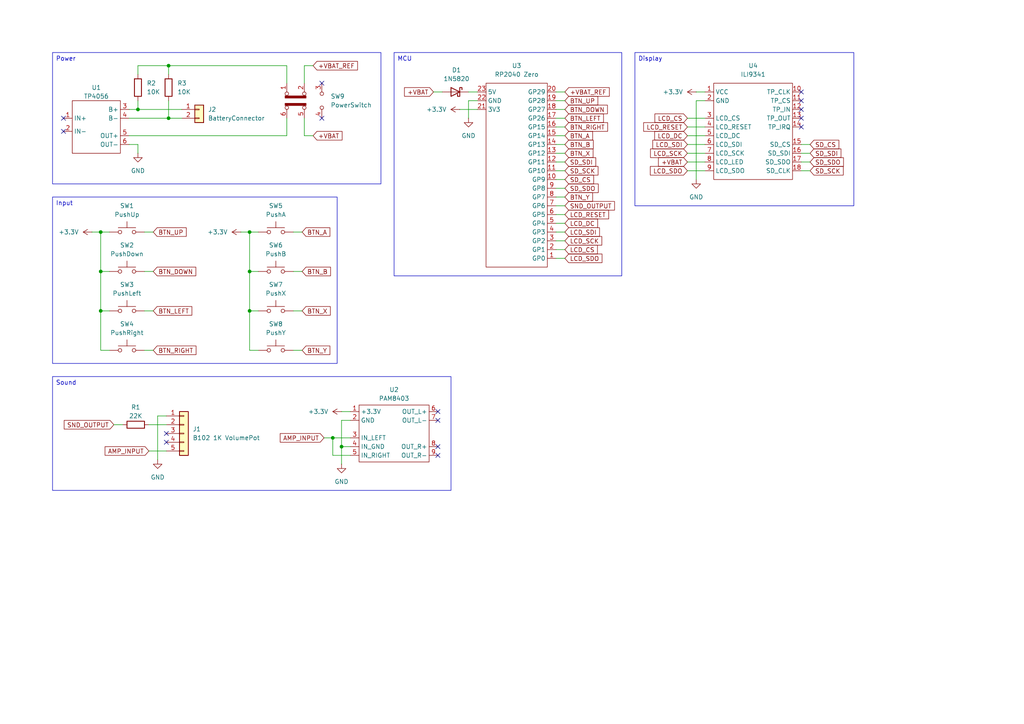
<source format=kicad_sch>
(kicad_sch (version 20250114) (generator "eeschema") (generator_version "9.0")
  (paper "A4")
  (title_block (title "Portatil") (date "2025-05-01") (rev "1.1") (company "Patrick Melo") (comment 1 "patrick@patrickmelo.com.br"))
  (lib_symbols
    (symbol "Connector_Generic:Conn_01x02" (pin_names (offset 1.016) (hide yes))
      (property "Reference" "J" (at 0 2.54 0))
      (property "Value" "Conn_01x02" (at 0 -5.08 0))
      (symbol "Conn_01x02_1_1"
        (rectangle (start -1.27 1.27) (end 1.27 -3.81) (stroke (width 0.254)) (fill (type background)))
        (rectangle (start -1.27 0.127) (end 0 -0.127) (stroke (width 0.1524)))
        (rectangle (start -1.27 -2.413) (end 0 -2.667) (stroke (width 0.1524)))
        (pin passive line (at -5.08 0 0) (length 3.81) (name "Pin_1") (number "1"))
        (pin passive line (at -5.08 -2.54 0) (length 3.81) (name "Pin_2") (number "2"))
      )
    )
    (symbol "Connector_Generic:Conn_01x05" (pin_names (offset 1.016) (hide yes))
      (property "Reference" "J" (at 0 7.62 0))
      (property "Value" "Conn_01x05" (at 0 -7.62 0))
      (symbol "Conn_01x05_1_1"
        (rectangle (start -1.27 6.35) (end 1.27 -6.35) (stroke (width 0.254)) (fill (type background)))
        (rectangle (start -1.27 5.207) (end 0 4.953) (stroke (width 0.1524)))
        (rectangle (start -1.27 2.667) (end 0 2.413) (stroke (width 0.1524)))
        (rectangle (start -1.27 0.127) (end 0 -0.127) (stroke (width 0.1524)))
        (rectangle (start -1.27 -2.413) (end 0 -2.667) (stroke (width 0.1524)))
        (rectangle (start -1.27 -4.953) (end 0 -5.207) (stroke (width 0.1524)))
        (pin passive line (at -5.08 5.08 0) (length 3.81) (name "Pin_1") (number "1"))
        (pin passive line (at -5.08 2.54 0) (length 3.81) (name "Pin_2") (number "2"))
        (pin passive line (at -5.08 0 0) (length 3.81) (name "Pin_3") (number "3"))
        (pin passive line (at -5.08 -2.54 0) (length 3.81) (name "Pin_4") (number "4"))
        (pin passive line (at -5.08 -5.08 0) (length 3.81) (name "Pin_5") (number "5"))
      )
    )
    (symbol "Device:R" (pin_numbers (hide yes)) (pin_names (offset 0))
      (property "Reference" "R" (at 2.032 0 90))
      (property "Value" "R" (at 0 0 90))
      (symbol "R_0_1"
        (rectangle (start -1.016 -2.54) (end 1.016 2.54) (stroke (width 0.254)))
      )
      (symbol "R_1_1"
        (pin passive line (at 0 3.81 270) (length 1.27) (name "~") (number "1"))
        (pin passive line (at 0 -3.81 90) (length 1.27) (name "~") (number "2"))
      )
    )
    (symbol "Diode:1N5820" (pin_numbers (hide yes)) (pin_names (offset 1.016) (hide yes))
      (property "Reference" "D" (at 0 2.54 0))
      (property "Value" "1N5820" (at 0 -2.54 0))
      (symbol "1N5820_0_1"
        (polyline (pts (xy -1.905 0.635) (xy -1.905 1.27) (xy -1.27 1.27) (xy -1.27 -1.27) (xy -0.635 -1.27) (xy -0.635 -0.635)) (stroke (width 0.254)))
        (polyline (pts (xy 1.27 1.27) (xy 1.27 -1.27) (xy -1.27 0) (xy 1.27 1.27)) (stroke (width 0.254)))
        (polyline (pts (xy 1.27 0) (xy -1.27 0)))
      )
      (symbol "1N5820_1_1"
        (pin passive line (at -3.81 0 0) (length 2.54) (name "K") (number "1"))
        (pin passive line (at 3.81 0 180) (length 2.54) (name "A") (number "2"))
      )
    )
    (symbol "Portatil:ILI9341_Module"
      (property "Reference" "U" (at 0 17.78 0))
      (property "Value" "ILI9341" (at 0 15.24 0))
      (symbol "ILI9341_Module_0_1"
        (rectangle (start -11.43 13.97) (end 11.43 -13.97))
      )
      (symbol "ILI9341_Module_1_1"
        (pin power_in line (at -13.97 11.43 0) (length 2.54) (name "VCC") (number "1"))
        (pin power_in line (at -13.97 8.89 0) (length 2.54) (name "GND") (number "2"))
        (pin input line (at -13.97 3.81 0) (length 2.54) (name "LCD_CS") (number "3"))
        (pin input line (at -13.97 1.27 0) (length 2.54) (name "LCD_RESET") (number "4"))
        (pin input line (at -13.97 -1.27 0) (length 2.54) (name "LCD_DC") (number "5"))
        (pin input line (at -13.97 -3.81 0) (length 2.54) (name "LCD_SDI") (number "6"))
        (pin input line (at -13.97 -6.35 0) (length 2.54) (name "LCD_SCK") (number "7"))
        (pin power_in line (at -13.97 -8.89 0) (length 2.54) (name "LCD_LED") (number "8"))
        (pin output line (at -13.97 -11.43 0) (length 2.54) (name "LCD_SDO") (number "9"))
        (pin input line (at 13.97 11.43 180) (length 2.54) (name "TP_CLK") (number "10"))
        (pin input line (at 13.97 8.89 180) (length 2.54) (name "TP_CS") (number "11"))
        (pin input line (at 13.97 6.35 180) (length 2.54) (name "TP_IN") (number "12"))
        (pin output line (at 13.97 3.81 180) (length 2.54) (name "TP_OUT") (number "13"))
        (pin output line (at 13.97 1.27 180) (length 2.54) (name "TP_IRQ") (number "14"))
        (pin input line (at 13.97 -3.81 180) (length 2.54) (name "SD_CS") (number "15"))
        (pin input line (at 13.97 -6.35 180) (length 2.54) (name "SD_SDI") (number "16"))
        (pin output line (at 13.97 -8.89 180) (length 2.54) (name "SD_SDO") (number "17"))
        (pin input line (at 13.97 -11.43 180) (length 2.54) (name "SD_CLK") (number "18"))
      )
    )
    (symbol "Portatil:PAM8403_Module"
      (property "Reference" "U" (at 0 12.7 0))
      (property "Value" "PAM8403" (at 0 10.16 0))
      (symbol "PAM8403_Module_0_1"
        (rectangle (start -10.16 8.255) (end 10.16 -8.255))
      )
      (symbol "PAM8403_Module_1_1"
        (pin power_in line (at -12.7 6.35 0) (length 2.54) (name "+3.3V") (number "1"))
        (pin power_in line (at -12.7 3.81 0) (length 2.54) (name "GND") (number "2"))
        (pin input line (at -12.7 -1.27 0) (length 2.54) (name "IN_LEFT") (number "3"))
        (pin input line (at -12.7 -3.81 0) (length 2.54) (name "IN_GND") (number "4"))
        (pin input line (at -12.7 -6.35 0) (length 2.54) (name "IN_RIGHT") (number "5"))
        (pin output line (at 12.7 6.35 180) (length 2.54) (name "OUT_L+") (number "6"))
        (pin output line (at 12.7 3.81 180) (length 2.54) (name "OUT_L-") (number "7"))
        (pin output line (at 12.7 -3.81 180) (length 2.54) (name "OUT_R+") (number "8"))
        (pin output line (at 12.7 -6.35 180) (length 2.54) (name "OUT_R-") (number "9"))
      )
    )
    (symbol "Portatil:RP2040_Zero"
      (property "Reference" "U" (at 0 31.75 0))
      (property "Value" "RP2040 Zero" (at 0 29.21 0))
      (symbol "RP2040_Zero_0_1"
        (rectangle (start -8.89 26.67) (end 8.89 -26.67))
      )
      (symbol "RP2040_Zero_1_1"
        (pin power_in line (at -11.43 24.13 0) (length 2.54) (name "5V") (number "23"))
        (pin power_in line (at -11.43 21.59 0) (length 2.54) (name "GND") (number "22"))
        (pin power_in line (at -11.43 19.05 0) (length 2.54) (name "3V3") (number "21"))
        (pin bidirectional line (at 11.43 24.13 180) (length 2.54) (name "GP29") (number "20"))
        (pin bidirectional line (at 11.43 21.59 180) (length 2.54) (name "GP28") (number "19"))
        (pin bidirectional line (at 11.43 19.05 180) (length 2.54) (name "GP27") (number "18"))
        (pin bidirectional line (at 11.43 16.51 180) (length 2.54) (name "GP26") (number "17"))
        (pin bidirectional line (at 11.43 13.97 180) (length 2.54) (name "GP15") (number "16"))
        (pin bidirectional line (at 11.43 11.43 180) (length 2.54) (name "GP14") (number "15"))
        (pin bidirectional line (at 11.43 8.89 180) (length 2.54) (name "GP13") (number "14"))
        (pin bidirectional line (at 11.43 6.35 180) (length 2.54) (name "GP12") (number "13"))
        (pin bidirectional line (at 11.43 3.81 180) (length 2.54) (name "GP11") (number "12"))
        (pin bidirectional line (at 11.43 1.27 180) (length 2.54) (name "GP10") (number "11"))
        (pin bidirectional line (at 11.43 -1.27 180) (length 2.54) (name "GP9") (number "10"))
        (pin bidirectional line (at 11.43 -3.81 180) (length 2.54) (name "GP8") (number "9"))
        (pin bidirectional line (at 11.43 -6.35 180) (length 2.54) (name "GP7") (number "8"))
        (pin bidirectional line (at 11.43 -8.89 180) (length 2.54) (name "GP6") (number "7"))
        (pin bidirectional line (at 11.43 -11.43 180) (length 2.54) (name "GP5") (number "6"))
        (pin bidirectional line (at 11.43 -13.97 180) (length 2.54) (name "GP4") (number "5"))
        (pin bidirectional line (at 11.43 -16.51 180) (length 2.54) (name "GP3") (number "4"))
        (pin bidirectional line (at 11.43 -19.05 180) (length 2.54) (name "GP2") (number "3"))
        (pin bidirectional line (at 11.43 -21.59 180) (length 2.54) (name "GP1") (number "2"))
        (pin bidirectional line (at 11.43 -24.13 180) (length 2.54) (name "GP0") (number "1"))
      )
    )
    (symbol "Portatil:TP4056_Module"
      (property "Reference" "U" (at 0 11.43 0))
      (property "Value" "TP4056" (at 0 8.89 0))
      (symbol "TP4056_Module_0_1"
        (rectangle (start -6.985 7.62) (end 6.985 -7.62))
      )
      (symbol "TP4056_Module_1_1"
        (pin power_in line (at -9.525 2.54 0) (length 2.54) (name "IN+") (number "1"))
        (pin power_in line (at -9.525 -1.27 0) (length 2.54) (name "IN-") (number "2"))
        (pin power_out line (at 9.525 5.08 180) (length 2.54) (name "B+") (number "3"))
        (pin power_out line (at 9.525 2.54 180) (length 2.54) (name "B-") (number "4"))
        (pin power_out line (at 9.525 -2.54 180) (length 2.54) (name "OUT+") (number "5"))
        (pin power_out line (at 9.525 -5.08 180) (length 2.54) (name "OUT-") (number "6"))
      )
    )
    (symbol "Switch:SW_Push" (pin_numbers (hide yes)) (pin_names (offset 1.016) (hide yes))
      (property "Reference" "SW" (at 1.27 2.54 0))
      (property "Value" "SW_Push" (at 0 -1.524 0))
      (symbol "SW_Push_0_1"
        (circle (center -2.032 0) (radius 0.508))
        (polyline (pts (xy 0 1.27) (xy 0 3.048)))
        (circle (center 2.032 0) (radius 0.508))
        (polyline (pts (xy 2.54 1.27) (xy -2.54 1.27)))
        (pin passive line (at -5.08 0 0) (length 2.54) (name "1") (number "1"))
        (pin passive line (at 5.08 0 180) (length 2.54) (name "2") (number "2"))
      )
    )
    (symbol "Switch:SW_Slide_DPDT" (pin_names (offset 0) (hide yes))
      (property "Reference" "SW" (at 0 6.858 0))
      (property "Value" "SW_Slide_DPDT" (at 0 -8.128 0))
      (symbol "SW_Slide_DPDT_0_0"
        (circle (center -2.032 5.08) (radius 0.508))
        (circle (center -2.032 -5.08) (radius 0.508))
        (circle (center 2.032 0) (radius 0.508))
        (circle (center 2.032 -5.08) (radius 0.508))
      )
      (symbol "SW_Slide_DPDT_0_1"
        (circle (center -2.032 0) (radius 0.508))
        (circle (center 2.032 5.08) (radius 0.508))
      )
      (symbol "SW_Slide_DPDT_1_1"
        (rectangle (start -1.397 5.588) (end -0.762 -0.508) (fill (type outline)))
        (rectangle (start 0.762 5.588) (end 1.397 -0.508) (fill (type outline)))
        (pin passive line (at -5.08 5.08 0) (length 2.54) (name "A") (number "1"))
        (pin passive line (at -5.08 0 0) (length 2.54) (name "B") (number "2"))
        (pin passive line (at -5.08 -5.08 0) (length 2.54) (name "C") (number "3"))
        (pin passive line (at 5.08 5.08 180) (length 2.54) (name "C") (number "6"))
        (pin passive line (at 5.08 0 180) (length 2.54) (name "B") (number "5"))
        (pin passive line (at 5.08 -5.08 180) (length 2.54) (name "A") (number "4"))
      )
    )
    (symbol "power:+3.3V" (power) (pin_numbers (hide yes)) (pin_names (offset 0) (hide yes))
      (property "Value" "+3.3V" (at 0 3.556 0))
      (symbol "+3.3V_0_1"
        (polyline (pts (xy -0.762 1.27) (xy 0 2.54)))
        (polyline (pts (xy 0 2.54) (xy 0.762 1.27)))
        (polyline (pts (xy 0 0) (xy 0 2.54)))
      )
      (symbol "+3.3V_1_1"
        (pin power_in line (at 0 0 90) (length 0) (name "~") (number "1"))
      )
    )
    (symbol "power:GND" (power) (pin_numbers (hide yes)) (pin_names (offset 0) (hide yes))
      (property "Value" "GND" (at 0 -3.81 0))
      (symbol "GND_0_1"
        (polyline (pts (xy 0 0) (xy 0 -1.27) (xy 1.27 -1.27) (xy 0 -2.54) (xy -1.27 -1.27) (xy 0 -1.27)))
      )
      (symbol "GND_1_1"
        (pin power_in line (at 0 0 270) (length 0) (name "~") (number "1"))
      )
    )
  )
  (text_box "Sound" (at 15.24 109.22 0) (size 115.57 33.02) (margins 0.9525 0.9525 0.9525 0.9525) (effects (font (size 1.27 1.27)) (justify left top)))
  (text_box "MCU" (at 114.3 15.24 0) (size 66.04 64.77) (margins 0.9525 0.9525 0.9525 0.9525) (effects (font (size 1.27 1.27)) (justify left top)))
  (text_box "Input" (at 15.24 57.15 0) (size 82.55 48.26) (margins 0.9525 0.9525 0.9525 0.9525) (effects (font (size 1.27 1.27)) (justify left top)))
  (text_box "Display" (at 184.15 15.24 0) (size 63.5 44.45) (margins 0.9525 0.9525 0.9525 0.9525) (effects (font (size 1.27 1.27)) (justify left top)))
  (text_box "Power" (at 15.24 15.24 0) (size 95.25 38.1) (margins 0.9525 0.9525 0.9525 0.9525) (effects (font (size 1.27 1.27)) (justify left top)))
  (junction (at 48.895 34.29))
  (junction (at 96.52 127))
  (junction (at 72.39 78.74))
  (junction (at 48.895 19.05))
  (junction (at 29.21 90.17))
  (junction (at 72.39 67.31))
  (junction (at 29.21 67.31))
  (junction (at 40.005 31.75))
  (junction (at 99.06 129.54))
  (junction (at 72.39 90.17))
  (junction (at 29.21 78.74))
  (no_connect (at 18.415 38.1))
  (no_connect (at 232.41 36.83))
  (no_connect (at 93.345 24.13))
  (no_connect (at 18.415 34.29))
  (no_connect (at 93.345 34.29))
  (no_connect (at 127 119.38))
  (no_connect (at 48.26 125.73))
  (no_connect (at 127 121.92))
  (no_connect (at 232.41 29.21))
  (no_connect (at 232.41 34.29))
  (no_connect (at 127 132.08))
  (no_connect (at 232.41 26.67))
  (no_connect (at 127 129.54))
  (no_connect (at 232.41 31.75))
  (no_connect (at 48.26 128.27))
  (wire (pts (xy 41.91 78.74) (xy 44.45 78.74)))
  (wire (pts (xy 161.29 44.45) (xy 163.83 44.45)))
  (wire (pts (xy 199.39 46.99) (xy 204.47 46.99)))
  (wire (pts (xy 125.73 26.67) (xy 128.27 26.67)))
  (wire (pts (xy 29.21 78.74) (xy 31.75 78.74)))
  (wire (pts (xy 161.29 39.37) (xy 163.83 39.37)))
  (wire (pts (xy 40.005 41.91) (xy 40.005 44.45)))
  (wire (pts (xy 72.39 67.31) (xy 72.39 78.74)))
  (wire (pts (xy 40.005 31.75) (xy 52.705 31.75)))
  (wire (pts (xy 45.72 120.65) (xy 45.72 133.35)))
  (wire (pts (xy 26.67 67.31) (xy 29.21 67.31)))
  (wire (pts (xy 85.09 90.17) (xy 87.63 90.17)))
  (wire (pts (xy 88.265 34.29) (xy 88.265 39.37)))
  (wire (pts (xy 93.98 127) (xy 96.52 127)))
  (wire (pts (xy 199.39 44.45) (xy 204.47 44.45)))
  (wire (pts (xy 161.29 52.07) (xy 163.83 52.07)))
  (wire (pts (xy 72.39 78.74) (xy 72.39 90.17)))
  (wire (pts (xy 37.465 39.37) (xy 83.185 39.37)))
  (wire (pts (xy 29.21 101.6) (xy 31.75 101.6)))
  (wire (pts (xy 99.06 119.38) (xy 101.6 119.38)))
  (wire (pts (xy 201.93 29.21) (xy 201.93 52.07)))
  (wire (pts (xy 199.39 34.29) (xy 204.47 34.29)))
  (wire (pts (xy 85.09 101.6) (xy 87.63 101.6)))
  (wire (pts (xy 101.6 121.92) (xy 99.06 121.92)))
  (wire (pts (xy 72.39 78.74) (xy 74.93 78.74)))
  (wire (pts (xy 29.21 67.31) (xy 31.75 67.31)))
  (wire (pts (xy 161.29 59.69) (xy 163.83 59.69)))
  (wire (pts (xy 83.185 39.37) (xy 83.185 34.29)))
  (wire (pts (xy 41.91 90.17) (xy 44.45 90.17)))
  (wire (pts (xy 37.465 34.29) (xy 48.895 34.29)))
  (wire (pts (xy 204.47 29.21) (xy 201.93 29.21)))
  (wire (pts (xy 72.39 67.31) (xy 74.93 67.31)))
  (wire (pts (xy 161.29 69.85) (xy 163.83 69.85)))
  (wire (pts (xy 48.895 29.21) (xy 48.895 34.29)))
  (wire (pts (xy 161.29 64.77) (xy 163.83 64.77)))
  (wire (pts (xy 43.18 130.81) (xy 48.26 130.81)))
  (wire (pts (xy 201.93 26.67) (xy 204.47 26.67)))
  (wire (pts (xy 69.85 67.31) (xy 72.39 67.31)))
  (wire (pts (xy 40.005 19.05) (xy 48.895 19.05)))
  (wire (pts (xy 161.29 41.91) (xy 163.83 41.91)))
  (wire (pts (xy 199.39 36.83) (xy 204.47 36.83)))
  (wire (pts (xy 161.29 72.39) (xy 163.83 72.39)))
  (wire (pts (xy 40.005 29.21) (xy 40.005 31.75)))
  (wire (pts (xy 83.185 19.05) (xy 83.185 24.13)))
  (wire (pts (xy 40.005 21.59) (xy 40.005 19.05)))
  (wire (pts (xy 88.265 39.37) (xy 90.805 39.37)))
  (wire (pts (xy 48.895 19.05) (xy 83.185 19.05)))
  (wire (pts (xy 133.35 31.75) (xy 138.43 31.75)))
  (wire (pts (xy 232.41 49.53) (xy 234.95 49.53)))
  (wire (pts (xy 29.21 90.17) (xy 31.75 90.17)))
  (wire (pts (xy 85.09 67.31) (xy 87.63 67.31)))
  (wire (pts (xy 161.29 67.31) (xy 163.83 67.31)))
  (wire (pts (xy 161.29 49.53) (xy 163.83 49.53)))
  (wire (pts (xy 37.465 41.91) (xy 40.005 41.91)))
  (wire (pts (xy 48.895 34.29) (xy 52.705 34.29)))
  (wire (pts (xy 48.895 19.05) (xy 48.895 21.59)))
  (wire (pts (xy 29.21 67.31) (xy 29.21 78.74)))
  (wire (pts (xy 232.41 44.45) (xy 234.95 44.45)))
  (wire (pts (xy 72.39 90.17) (xy 74.93 90.17)))
  (wire (pts (xy 99.06 121.92) (xy 99.06 129.54)))
  (wire (pts (xy 161.29 62.23) (xy 163.83 62.23)))
  (wire (pts (xy 135.89 29.21) (xy 135.89 34.29)))
  (wire (pts (xy 37.465 31.75) (xy 40.005 31.75)))
  (wire (pts (xy 96.52 127) (xy 96.52 132.08)))
  (wire (pts (xy 161.29 46.99) (xy 163.83 46.99)))
  (wire (pts (xy 96.52 127) (xy 101.6 127)))
  (wire (pts (xy 161.29 29.21) (xy 163.83 29.21)))
  (wire (pts (xy 135.89 26.67) (xy 138.43 26.67)))
  (wire (pts (xy 96.52 132.08) (xy 101.6 132.08)))
  (wire (pts (xy 161.29 57.15) (xy 163.83 57.15)))
  (wire (pts (xy 90.805 19.05) (xy 88.265 19.05)))
  (wire (pts (xy 161.29 36.83) (xy 163.83 36.83)))
  (wire (pts (xy 161.29 54.61) (xy 163.83 54.61)))
  (wire (pts (xy 43.18 123.19) (xy 48.26 123.19)))
  (wire (pts (xy 199.39 49.53) (xy 204.47 49.53)))
  (wire (pts (xy 199.39 39.37) (xy 204.47 39.37)))
  (wire (pts (xy 99.06 129.54) (xy 99.06 134.62)))
  (wire (pts (xy 41.91 101.6) (xy 44.45 101.6)))
  (wire (pts (xy 41.91 67.31) (xy 44.45 67.31)))
  (wire (pts (xy 33.02 123.19) (xy 35.56 123.19)))
  (wire (pts (xy 199.39 41.91) (xy 204.47 41.91)))
  (wire (pts (xy 161.29 34.29) (xy 163.83 34.29)))
  (wire (pts (xy 45.72 120.65) (xy 48.26 120.65)))
  (wire (pts (xy 161.29 31.75) (xy 163.83 31.75)))
  (wire (pts (xy 99.06 129.54) (xy 101.6 129.54)))
  (wire (pts (xy 29.21 90.17) (xy 29.21 101.6)))
  (wire (pts (xy 161.29 26.67) (xy 163.83 26.67)))
  (wire (pts (xy 29.21 78.74) (xy 29.21 90.17)))
  (wire (pts (xy 138.43 29.21) (xy 135.89 29.21)))
  (wire (pts (xy 161.29 74.93) (xy 163.83 74.93)))
  (wire (pts (xy 88.265 19.05) (xy 88.265 24.13)))
  (wire (pts (xy 232.41 41.91) (xy 234.95 41.91)))
  (wire (pts (xy 85.09 78.74) (xy 87.63 78.74)))
  (wire (pts (xy 72.39 90.17) (xy 72.39 101.6)))
  (wire (pts (xy 232.41 46.99) (xy 234.95 46.99)))
  (wire (pts (xy 72.39 101.6) (xy 74.93 101.6)))
  (global_label "BTN_B" (shape input) (at 163.83 41.91 0) (property "Intersheetrefs" "${INTERSHEET_REFS}" (effects (hide yes))))
  (global_label "BTN_X" (shape input) (at 163.83 44.45 0) (property "Intersheetrefs" "${INTERSHEET_REFS}" (effects (hide yes))))
  (global_label "AMP_INPUT" (shape input) (at 93.98 127 180) (property "Intersheetrefs" "${INTERSHEET_REFS}" (effects (hide yes))))
  (global_label "+VBAT" (shape input) (at 125.73 26.67 180) (property "Intersheetrefs" "${INTERSHEET_REFS}" (effects (hide yes))))
  (global_label "LCD_DC" (shape input) (at 163.83 64.77 0) (property "Intersheetrefs" "${INTERSHEET_REFS}" (effects (hide yes))))
  (global_label "BTN_UP" (shape input) (at 44.45 67.31 0) (property "Intersheetrefs" "${INTERSHEET_REFS}" (effects (hide yes))))
  (global_label "+VBAT" (shape input) (at 199.39 46.99 180) (property "Intersheetrefs" "${INTERSHEET_REFS}" (effects (hide yes))))
  (global_label "LCD_SDI" (shape input) (at 199.39 41.91 180) (property "Intersheetrefs" "${INTERSHEET_REFS}" (effects (hide yes))))
  (global_label "BTN_A" (shape input) (at 163.83 39.37 0) (property "Intersheetrefs" "${INTERSHEET_REFS}" (effects (hide yes))))
  (global_label "SD_CS" (shape input) (at 163.83 52.07 0) (property "Intersheetrefs" "${INTERSHEET_REFS}" (effects (hide yes))))
  (global_label "BTN_A" (shape input) (at 87.63 67.31 0) (property "Intersheetrefs" "${INTERSHEET_REFS}" (effects (hide yes))))
  (global_label "LCD_DC" (shape input) (at 199.39 39.37 180) (property "Intersheetrefs" "${INTERSHEET_REFS}" (effects (hide yes))))
  (global_label "SND_OUTPUT" (shape input) (at 33.02 123.19 180) (property "Intersheetrefs" "${INTERSHEET_REFS}" (effects (hide yes))))
  (global_label "BTN_LEFT" (shape input) (at 163.83 34.29 0) (property "Intersheetrefs" "${INTERSHEET_REFS}" (effects (hide yes))))
  (global_label "SND_OUTPUT" (shape input) (at 163.83 59.69 0) (property "Intersheetrefs" "${INTERSHEET_REFS}" (effects (hide yes))))
  (global_label "LCD_SDO" (shape input) (at 199.39 49.53 180) (property "Intersheetrefs" "${INTERSHEET_REFS}" (effects (hide yes))))
  (global_label "SD_SDO" (shape input) (at 234.95 46.99 0) (property "Intersheetrefs" "${INTERSHEET_REFS}" (effects (hide yes))))
  (global_label "+VBAT_REF" (shape input) (at 163.83 26.67 0) (property "Intersheetrefs" "${INTERSHEET_REFS}" (effects (hide yes))))
  (global_label "SD_SDI" (shape input) (at 163.83 46.99 0) (property "Intersheetrefs" "${INTERSHEET_REFS}" (effects (hide yes))))
  (global_label "LCD_CS" (shape input) (at 163.83 72.39 0) (property "Intersheetrefs" "${INTERSHEET_REFS}" (effects (hide yes))))
  (global_label "BTN_UP" (shape input) (at 163.83 29.21 0) (property "Intersheetrefs" "${INTERSHEET_REFS}" (effects (hide yes))))
  (global_label "SD_SCK" (shape input) (at 234.95 49.53 0) (property "Intersheetrefs" "${INTERSHEET_REFS}" (effects (hide yes))))
  (global_label "SD_CS" (shape input) (at 234.95 41.91 0) (property "Intersheetrefs" "${INTERSHEET_REFS}" (effects (hide yes))))
  (global_label "+VBAT" (shape input) (at 90.805 39.37 0) (property "Intersheetrefs" "${INTERSHEET_REFS}" (effects (hide yes))))
  (global_label "BTN_DOWN" (shape input) (at 163.83 31.75 0) (property "Intersheetrefs" "${INTERSHEET_REFS}" (effects (hide yes))))
  (global_label "SD_SDO" (shape input) (at 163.83 54.61 0) (property "Intersheetrefs" "${INTERSHEET_REFS}" (effects (hide yes))))
  (global_label "LCD_SDI" (shape input) (at 163.83 67.31 0) (property "Intersheetrefs" "${INTERSHEET_REFS}" (effects (hide yes))))
  (global_label "AMP_INPUT" (shape input) (at 43.18 130.81 180) (property "Intersheetrefs" "${INTERSHEET_REFS}" (effects (hide yes))))
  (global_label "LCD_SCK" (shape input) (at 163.83 69.85 0) (property "Intersheetrefs" "${INTERSHEET_REFS}" (effects (hide yes))))
  (global_label "LCD_RESET" (shape input) (at 163.83 62.23 0) (property "Intersheetrefs" "${INTERSHEET_REFS}" (effects (hide yes))))
  (global_label "LCD_SCK" (shape input) (at 199.39 44.45 180) (property "Intersheetrefs" "${INTERSHEET_REFS}" (effects (hide yes))))
  (global_label "+VBAT_REF" (shape input) (at 90.805 19.05 0) (property "Intersheetrefs" "${INTERSHEET_REFS}" (effects (hide yes))))
  (global_label "BTN_Y" (shape input) (at 87.63 101.6 0) (property "Intersheetrefs" "${INTERSHEET_REFS}" (effects (hide yes))))
  (global_label "SD_SCK" (shape input) (at 163.83 49.53 0) (property "Intersheetrefs" "${INTERSHEET_REFS}" (effects (hide yes))))
  (global_label "BTN_X" (shape input) (at 87.63 90.17 0) (property "Intersheetrefs" "${INTERSHEET_REFS}" (effects (hide yes))))
  (global_label "BTN_DOWN" (shape input) (at 44.45 78.74 0) (property "Intersheetrefs" "${INTERSHEET_REFS}" (effects (hide yes))))
  (global_label "BTN_Y" (shape input) (at 163.83 57.15 0) (property "Intersheetrefs" "${INTERSHEET_REFS}" (effects (hide yes))))
  (global_label "LCD_CS" (shape input) (at 199.39 34.29 180) (property "Intersheetrefs" "${INTERSHEET_REFS}" (effects (hide yes))))
  (global_label "BTN_RIGHT" (shape input) (at 163.83 36.83 0) (property "Intersheetrefs" "${INTERSHEET_REFS}" (effects (hide yes))))
  (global_label "SD_SDI" (shape input) (at 234.95 44.45 0) (property "Intersheetrefs" "${INTERSHEET_REFS}" (effects (hide yes))))
  (global_label "LCD_SDO" (shape input) (at 163.83 74.93 0) (property "Intersheetrefs" "${INTERSHEET_REFS}" (effects (hide yes))))
  (global_label "BTN_B" (shape input) (at 87.63 78.74 0) (property "Intersheetrefs" "${INTERSHEET_REFS}" (effects (hide yes))))
  (global_label "LCD_RESET" (shape input) (at 199.39 36.83 180) (property "Intersheetrefs" "${INTERSHEET_REFS}" (effects (hide yes))))
  (global_label "BTN_RIGHT" (shape input) (at 44.45 101.6 0) (property "Intersheetrefs" "${INTERSHEET_REFS}" (effects (hide yes))))
  (global_label "BTN_LEFT" (shape input) (at 44.45 90.17 0) (property "Intersheetrefs" "${INTERSHEET_REFS}" (effects (hide yes))))
  (symbol (lib_id "power:+3.3V") (at 201.93 26.67 90) (unit 1)
    (property "Reference" "#PWR09" (effects (hide yes)))
    (property "Value" "+3.3V" (at 198.12 26.6699 90) (effects (justify left)))
    (property "Description" "Power symbol creates a global label with name \"+3.3V\"" (effects (hide yes)))
  )
  (symbol (lib_id "power:GND") (at 40.005 44.45 0) (unit 1)
    (property "Reference" "#PWR02" (effects (hide yes)))
    (property "Value" "GND" (at 40.005 49.53 0))
    (property "Description" "Power symbol creates a global label with name \"GND\" , ground" (effects (hide yes)))
  )
  (symbol (lib_id "power:+3.3V") (at 26.67 67.31 90) (unit 1)
    (property "Reference" "#PWR01" (effects (hide yes)))
    (property "Value" "+3.3V" (at 22.86 67.3099 90) (effects (justify left)))
    (property "Description" "Power symbol creates a global label with name \"+3.3V\"" (effects (hide yes)))
  )
  (symbol (lib_id "Switch:SW_Push") (at 36.83 78.74 0) (unit 1)
    (property "Reference" "SW2" (at 36.83 71.12 0))
    (property "Value" "PushDown" (at 36.83 73.66 0))
    (property "Footprint" "Button_Switch_THT:SW_PUSH_6mm" (effects (hide yes)))
    (property "Description" "Push button switch, generic, two pins" (effects (hide yes)))
  )
  (symbol (lib_id "Diode:1N5820") (at 132.08 26.67 0) (mirror y) (unit 1)
    (property "Reference" "D1" (at 132.3975 20.32 0))
    (property "Value" "1N5820" (at 132.3975 22.86 0))
    (property "Footprint" "Diode_THT:D_DO-35_SOD27_P7.62mm_Horizontal" (effects (hide yes)))
    (property "Datasheet" "http://www.vishay.com/docs/88526/1n5820.pdf" (effects (hide yes)))
    (property "Description" "20V 3A Schottky Barrier Rectifier Diode, DO-201AD" (effects (hide yes)))
  )
  (symbol (lib_id "power:GND") (at 201.93 52.07 0) (unit 1)
    (property "Reference" "#PWR010" (effects (hide yes)))
    (property "Value" "GND" (at 201.93 57.15 0))
    (property "Description" "Power symbol creates a global label with name \"GND\" , ground" (effects (hide yes)))
  )
  (symbol (lib_id "Switch:SW_Push") (at 80.01 101.6 0) (unit 1)
    (property "Reference" "SW8" (at 80.01 93.98 0))
    (property "Value" "PushY" (at 80.01 96.52 0))
    (property "Footprint" "Button_Switch_THT:SW_PUSH_6mm" (effects (hide yes)))
    (property "Description" "Push button switch, generic, two pins" (effects (hide yes)))
  )
  (symbol (lib_id "Portatil:PAM8403_Module") (at 114.3 125.73 0) (unit 1)
    (property "Reference" "U2" (at 114.3 113.03 0))
    (property "Value" "PAM8403" (at 114.3 115.57 0))
    (property "Footprint" "Portatil:PAM8403 Module" (effects (hide yes)))
  )
  (symbol (lib_id "Connector_Generic:Conn_01x02") (at 57.785 31.75 0) (unit 1)
    (property "Reference" "J2" (at 60.325 31.7499 0) (effects (justify left)))
    (property "Value" "BatteryConnector" (at 60.325 34.2899 0) (effects (justify left)))
    (property "Footprint" "Connector_PinSocket_2.54mm:PinSocket_1x02_P2.54mm_Vertical" (effects (hide yes)))
    (property "Description" "Generic connector, single row, 01x02, script generated (kicad-library-utils/schlib/autogen/connector/)" (effects (hide yes)))
  )
  (symbol (lib_id "power:GND") (at 99.06 134.62 0) (unit 1)
    (property "Reference" "#PWR06" (effects (hide yes)))
    (property "Value" "GND" (at 99.06 139.7 0))
    (property "Description" "Power symbol creates a global label with name \"GND\" , ground" (effects (hide yes)))
  )
  (symbol (lib_id "Switch:SW_Push") (at 80.01 67.31 0) (unit 1)
    (property "Reference" "SW5" (at 80.01 59.69 0))
    (property "Value" "PushA" (at 80.01 62.23 0))
    (property "Footprint" "Button_Switch_THT:SW_PUSH_6mm" (effects (hide yes)))
    (property "Description" "Push button switch, generic, two pins" (effects (hide yes)))
  )
  (symbol (lib_id "Switch:SW_Push") (at 80.01 78.74 0) (unit 1)
    (property "Reference" "SW6" (at 80.01 71.12 0))
    (property "Value" "PushB" (at 80.01 73.66 0))
    (property "Footprint" "Button_Switch_THT:SW_PUSH_6mm" (effects (hide yes)))
    (property "Description" "Push button switch, generic, two pins" (effects (hide yes)))
  )
  (symbol (lib_id "Device:R") (at 40.005 25.4 180) (unit 1)
    (property "Reference" "R2" (at 42.545 24.1299 0) (effects (justify right)))
    (property "Value" "10K" (at 42.545 26.6699 0) (effects (justify right)))
    (property "Footprint" "Resistor_THT:R_Axial_DIN0207_L6.3mm_D2.5mm_P10.16mm_Horizontal" (effects (hide yes)))
    (property "Description" "Resistor" (effects (hide yes)))
  )
  (symbol (lib_id "power:GND") (at 135.89 34.29 0) (unit 1)
    (property "Reference" "#PWR08" (effects (hide yes)))
    (property "Value" "GND" (at 135.89 39.37 0))
    (property "Description" "Power symbol creates a global label with name \"GND\" , ground" (effects (hide yes)))
  )
  (symbol (lib_id "Switch:SW_Push") (at 36.83 90.17 0) (unit 1)
    (property "Reference" "SW3" (at 36.83 82.55 0))
    (property "Value" "PushLeft" (at 36.83 85.09 0))
    (property "Footprint" "Button_Switch_THT:SW_PUSH_6mm" (effects (hide yes)))
    (property "Description" "Push button switch, generic, two pins" (effects (hide yes)))
  )
  (symbol (lib_id "Portatil:RP2040_Zero") (at 149.86 50.8 0) (unit 1)
    (property "Reference" "U3" (at 149.86 19.05 0))
    (property "Value" "RP2040 Zero" (at 149.86 21.59 0))
    (property "Footprint" "Portatil:RP2040 Zero" (effects (hide yes)))
  )
  (symbol (lib_id "Connector_Generic:Conn_01x05") (at 53.34 125.73 0) (unit 1)
    (property "Reference" "J1" (at 55.88 124.4599 0) (effects (justify left)))
    (property "Value" "B102 1K VolumePot" (at 55.88 126.9999 0) (effects (justify left)))
    (property "Footprint" "Portatil:Thumbwheel Potentiometer" (effects (hide yes)))
    (property "Description" "Generic connector, single row, 01x05, script generated (kicad-library-utils/schlib/autogen/connector/)" (effects (hide yes)))
  )
  (symbol (lib_id "Device:R") (at 39.37 123.19 270) (unit 1)
    (property "Reference" "R1" (at 39.37 118.11 90))
    (property "Value" "22K" (at 39.37 120.65 90))
    (property "Footprint" "Resistor_THT:R_Axial_DIN0207_L6.3mm_D2.5mm_P10.16mm_Horizontal" (effects (hide yes)))
    (property "Description" "Resistor" (effects (hide yes)))
  )
  (symbol (lib_id "power:+3.3V") (at 99.06 119.38 90) (unit 1)
    (property "Reference" "#PWR05" (effects (hide yes)))
    (property "Value" "+3.3V" (at 95.25 119.3799 90) (effects (justify left)))
    (property "Description" "Power symbol creates a global label with name \"+3.3V\"" (effects (hide yes)))
  )
  (symbol (lib_id "Switch:SW_Push") (at 80.01 90.17 0) (unit 1)
    (property "Reference" "SW7" (at 80.01 82.55 0))
    (property "Value" "PushX" (at 80.01 85.09 0))
    (property "Footprint" "Button_Switch_THT:SW_PUSH_6mm" (effects (hide yes)))
    (property "Description" "Push button switch, generic, two pins" (effects (hide yes)))
  )
  (symbol (lib_id "Switch:SW_Slide_DPDT") (at 88.265 29.21 90) (mirror x) (unit 1)
    (property "Reference" "SW9" (at 95.885 27.94 90) (effects (justify right)))
    (property "Value" "PowerSwitch" (at 95.885 30.48 90) (effects (justify right)))
    (property "Footprint" "Button_Switch_THT:SW_CK_JS202011CQN_DPDT_Straight" (effects (hide yes)))
    (property "Description" "Slide Switch, dual pole double throw" (effects (hide yes)))
  )
  (symbol (lib_id "Portatil:TP4056_Module") (at 27.94 36.83 0) (unit 1)
    (property "Reference" "U1" (at 27.94 25.4 0))
    (property "Value" "TP4056" (at 27.94 27.94 0))
    (property "Footprint" "Portatil:TP4056 Module" (effects (hide yes)))
  )
  (symbol (lib_id "Switch:SW_Push") (at 36.83 101.6 0) (unit 1)
    (property "Reference" "SW4" (at 36.83 93.98 0))
    (property "Value" "PushRight" (at 36.83 96.52 0))
    (property "Footprint" "Button_Switch_THT:SW_PUSH_6mm" (effects (hide yes)))
    (property "Description" "Push button switch, generic, two pins" (effects (hide yes)))
  )
  (symbol (lib_id "Device:R") (at 48.895 25.4 180) (unit 1)
    (property "Reference" "R3" (at 51.435 24.1299 0) (effects (justify right)))
    (property "Value" "10K" (at 51.435 26.6699 0) (effects (justify right)))
    (property "Footprint" "Resistor_THT:R_Axial_DIN0207_L6.3mm_D2.5mm_P10.16mm_Horizontal" (effects (hide yes)))
    (property "Description" "Resistor" (effects (hide yes)))
  )
  (symbol (lib_id "power:+3.3V") (at 133.35 31.75 90) (unit 1)
    (property "Reference" "#PWR07" (effects (hide yes)))
    (property "Value" "+3.3V" (at 129.54 31.7499 90) (effects (justify left)))
    (property "Description" "Power symbol creates a global label with name \"+3.3V\"" (effects (hide yes)))
  )
  (symbol (lib_id "Portatil:ILI9341_Module") (at 218.44 38.1 0) (unit 1)
    (property "Reference" "U4" (at 218.44 19.05 0))
    (property "Value" "ILI9341" (at 218.44 21.59 0))
    (property "Footprint" "Portatil:ILI9341 Module" (effects (hide yes)))
  )
  (symbol (lib_id "Switch:SW_Push") (at 36.83 67.31 0) (unit 1)
    (property "Reference" "SW1" (at 36.83 59.69 0))
    (property "Value" "PushUp" (at 36.83 62.23 0))
    (property "Footprint" "Button_Switch_THT:SW_PUSH_6mm" (effects (hide yes)))
    (property "Description" "Push button switch, generic, two pins" (effects (hide yes)))
  )
  (symbol (lib_id "power:+3.3V") (at 69.85 67.31 90) (unit 1)
    (property "Reference" "#PWR04" (effects (hide yes)))
    (property "Value" "+3.3V" (at 66.04 67.3099 90) (effects (justify left)))
    (property "Description" "Power symbol creates a global label with name \"+3.3V\"" (effects (hide yes)))
  )
  (symbol (lib_id "power:GND") (at 45.72 133.35 0) (unit 1)
    (property "Reference" "#PWR03" (effects (hide yes)))
    (property "Value" "GND" (at 45.72 138.43 0))
    (property "Description" "Power symbol creates a global label with name \"GND\" , ground" (effects (hide yes)))
  )
)
</source>
